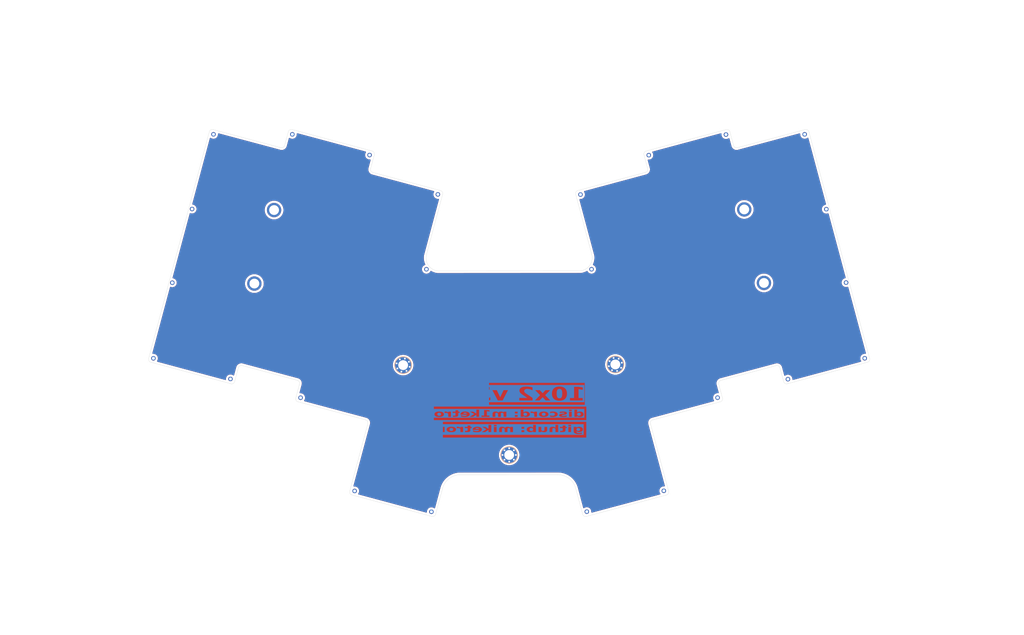
<source format=kicad_pcb>
(kicad_pcb (version 20221018) (generator pcbnew)
  (title_block (title "Capsule") (date "2023-06-15") (rev "1.0"))
  (layers (0 "F.Cu" signal) (31 "B.Cu" signal) (34 "B.Paste" user) (35 "F.Paste" user) (36 "B.SilkS" user "B.Silkscreen") (37 "F.SilkS" user "F.Silkscreen") (38 "B.Mask" user) (39 "F.Mask" user) (44 "Edge.Cuts" user))
  (net 0 "")
  (footprint "miketronic_fplib:MB_VIA-.6mm" (layer "F.Cu") (at 146.462893 139.229397)
    (fp_text reference "REF**" hide)
    (fp_text value "MB_VIA-.6mm" hide)
    (pad "" thru_hole circle (at 0 0) (size 1 1) (drill 0.6) (layers "*.Cu" "*.Mask"))
  )
  (footprint "miketronic_fplib:MB_VIA-.6mm" (layer "F.Cu") (at 191.350971 109.639019)
    (fp_text reference "REF**" hide)
    (fp_text value "MB_VIA-.6mm" hide)
    (pad "" thru_hole circle (at 0 0) (size 1 1) (drill 0.6) (layers "*.Cu" "*.Mask"))
  )
  (footprint "miketronic_fplib:MB_VIA-.6mm" (layer "F.Cu") (at 66.925652 109.583484)
    (fp_text reference "REF**" hide)
    (fp_text value "MB_VIA-.6mm" hide)
    (pad "" thru_hole circle (at 0 0) (size 1 1) (drill 0.6) (layers "*.Cu" "*.Mask"))
  )
  (footprint "miketronic_fplib:MB_MountingHole_M2a" (layer "F.Cu") (at 76.661817 71.859201 -15)
    (fp_text reference "REF**" hide)
    (fp_text value "MB_M2a")
    (pad "" thru_hole circle (at 0 0 345) (size 3.2 3.2) (drill 2.2) (layers "*.Cu" "*.Mask"))
  )
  (footprint "miketronic_fplib:MB_VIA-.6mm" (layer "F.Cu") (at 163.654581 134.570172)
    (fp_text reference "REF**" hide)
    (fp_text value "MB_VIA-.6mm" hide)
    (pad "" thru_hole circle (at 0 0) (size 1 1) (drill 0.6) (layers "*.Cu" "*.Mask"))
  )
  (footprint "miketronic_fplib:MB_VIA-.6mm" (layer "F.Cu") (at 204.327574 88.062406)
    (fp_text reference "REF**" hide)
    (fp_text value "MB_VIA-.6mm" hide)
    (pad "" thru_hole circle (at 0 0) (size 1 1) (drill 0.6) (layers "*.Cu" "*.Mask"))
  )
  (footprint "miketronic_fplib:MB_VIA-.6mm" (layer "F.Cu") (at 195.084919 54.941669)
    (fp_text reference "REF**" hide)
    (fp_text value "MB_VIA-.6mm" hide)
    (pad "" thru_hole circle (at 0 0) (size 1 1) (drill 0.6) (layers "*.Cu" "*.Mask"))
  )
  (footprint "miketronic_fplib:MB_VIA-.6mm" (layer "F.Cu") (at 80.737367 54.946508)
    (fp_text reference "REF**" hide)
    (fp_text value "MB_VIA-.6mm" hide)
    (pad "" thru_hole circle (at 0 0) (size 1 1) (drill 0.6) (layers "*.Cu" "*.Mask"))
  )
  (footprint "miketronic_fplib:MB_VIA-.6mm" (layer "F.Cu") (at 147.515571 85.079379)
    (fp_text reference "REF**" hide)
    (fp_text value "MB_VIA-.6mm" hide)
    (pad "" thru_hole circle (at 0 0) (size 1 1) (drill 0.6) (layers "*.Cu" "*.Mask"))
  )
  (footprint "miketronic_fplib:MB_VIA-.6mm" (layer "F.Cu") (at 94.642763 134.609956)
    (fp_text reference "REF**" hide)
    (fp_text value "MB_VIA-.6mm" hide)
    (pad "" thru_hole circle (at 0 0) (size 1 1) (drill 0.6) (layers "*.Cu" "*.Mask"))
  )
  (footprint "miketronic_fplib:MB_VIA-.6mm" (layer "F.Cu") (at 113.222254 68.361314)
    (fp_text reference "REF**" hide)
    (fp_text value "MB_VIA-.6mm" hide)
    (pad "" thru_hole circle (at 0 0) (size 1 1) (drill 0.6) (layers "*.Cu" "*.Mask"))
  )
  (footprint "miketronic_fplib:MB_VIA-.6mm" (layer "F.Cu") (at 97.979144 59.566429)
    (fp_text reference "REF**" hide)
    (fp_text value "MB_VIA-.6mm" hide)
    (pad "" thru_hole circle (at 0 0) (size 1 1) (drill 0.6) (layers "*.Cu" "*.Mask"))
  )
  (footprint "miketronic_fplib:MB_VIA-.6mm" (layer "F.Cu") (at 111.775007 139.25229)
    (fp_text reference "REF**" hide)
    (fp_text value "MB_VIA-.6mm" hide)
    (pad "" thru_hole circle (at 0 0) (size 1 1) (drill 0.6) (layers "*.Cu" "*.Mask"))
  )
  (footprint "miketronic_fplib:MB_VIA-.6mm" (layer "F.Cu") (at 49.732175 104.976506)
    (fp_text reference "REF**" hide)
    (fp_text value "MB_VIA-.6mm" hide)
    (pad "" thru_hole circle (at 0 0) (size 1 1) (drill 0.6) (layers "*.Cu" "*.Mask"))
  )
  (footprint "miketronic_fplib:MB_VIA-.6mm" (layer "F.Cu") (at 145.046791 68.39941)
    (fp_text reference "REF**" hide)
    (fp_text value "MB_VIA-.6mm" hide)
    (pad "" thru_hole circle (at 0 0) (size 1 1) (drill 0.6) (layers "*.Cu" "*.Mask"))
  )
  (footprint "miketronic_fplib:MB_VIA-.6mm" (layer "F.Cu") (at 177.521908 54.997944)
    (fp_text reference "REF**" hide)
    (fp_text value "MB_VIA-.6mm" hide)
    (pad "" thru_hole circle (at 0 0) (size 1 1) (drill 0.6) (layers "*.Cu" "*.Mask"))
  )
  (footprint "miketronic_fplib:MB_VIA-.6mm" (layer "F.Cu") (at 208.494363 104.966855)
    (fp_text reference "REF**" hide)
    (fp_text value "MB_VIA-.6mm" hide)
    (pad "" thru_hole circle (at 0 0) (size 1 1) (drill 0.6) (layers "*.Cu" "*.Mask"))
  )
  (footprint "miketronic_fplib:MB_VIA-.6mm" (layer "F.Cu") (at 82.573653 113.776352)
    (fp_text reference "REF**" hide)
    (fp_text value "MB_VIA-.6mm" hide)
    (pad "" thru_hole circle (at 0 0) (size 1 1) (drill 0.6) (layers "*.Cu" "*.Mask"))
  )
  (footprint "miketronic_fplib:MB_MountingHole_2.2mm_M2_Pad_Via" (layer "F.Cu") (at 129.135444 126.568264)
    (fp_text reference "REF**" hide)
    (fp_text value "M2_Pad" hide)
    (fp_circle (center 0 0) (end 1.9 0) (stroke (width 0.15)) (fill none) (layer "B.SilkS"))
    (fp_circle (center 0 0) (end 1.9 0) (stroke (width 0.15)) (fill none) (layer "F.SilkS"))
    (pad "" thru_hole circle (at -1.5 0) (size 0.4 0.4) (drill 0.4) (layers "*.Cu" "*.Mask"))
    (pad "" thru_hole circle (at -1.05 -1.05) (size 0.4 0.4) (drill 0.4) (layers "*.Cu" "*.Mask"))
    (pad "" thru_hole circle (at -1.05 1.05) (size 0.4 0.4) (drill 0.4) (layers "*.Cu" "*.Mask"))
    (pad "" thru_hole circle (at 0 -1.5) (size 0.4 0.4) (drill 0.4) (layers "*.Cu" "*.Mask"))
    (pad "" thru_hole circle (at 0 0) (size 3.6 3.6) (drill 2.2) (layers "*.Cu" "*.Mask"))
    (pad "" thru_hole circle (at 0 1.5) (size 0.4 0.4) (drill 0.4) (layers "*.Cu" "*.Mask"))
    (pad "" thru_hole circle (at 1.05 -1.05) (size 0.4 0.4) (drill 0.4) (layers "*.Cu" "*.Mask"))
    (pad "" thru_hole circle (at 1.05 1.05) (size 0.4 0.4) (drill 0.4) (layers "*.Cu" "*.Mask"))
    (pad "" thru_hole circle (at 1.5 0) (size 0.4 0.4) (drill 0.4) (layers "*.Cu" "*.Mask"))
  )
  (footprint "miketronic_fplib:MB_VIA-.6mm" (layer "F.Cu") (at 160.294865 59.595928)
    (fp_text reference "REF**" hide)
    (fp_text value "MB_VIA-.6mm" hide)
    (pad "" thru_hole circle (at 0 0) (size 1 1) (drill 0.6) (layers "*.Cu" "*.Mask"))
  )
  (footprint "miketronic_fplib:MB_MountingHole_2.2mm_M2_Pad_Via" (layer "F.Cu") (at 105.468932 106.495224 -15)
    (fp_text reference "REF**" hide)
    (fp_text value "M2_Pad" hide)
    (fp_circle (center 0 0) (end 1.9 0) (stroke (width 0.15)) (fill none) (layer "B.SilkS"))
    (fp_circle (center 0 0) (end 1.9 0) (stroke (width 0.15)) (fill none) (layer "F.SilkS"))
    (pad "" thru_hole circle (at -1.5 0 345) (size 0.4 0.4) (drill 0.4) (layers "*.Cu" "*.Mask"))
    (pad "" thru_hole circle (at -1.05 -1.05 345) (size 0.4 0.4) (drill 0.4) (layers "*.Cu" "*.Mask"))
    (pad "" thru_hole circle (at -1.05 1.05 345) (size 0.4 0.4) (drill 0.4) (layers "*.Cu" "*.Mask"))
    (pad "" thru_hole circle (at 0 -1.5 345) (size 0.4 0.4) (drill 0.4) (layers "*.Cu" "*.Mask"))
    (pad "" thru_hole circle (at 0 0 345) (size 3.6 3.6) (drill 2.2) (layers "*.Cu" "*.Mask"))
    (pad "" thru_hole circle (at 0 1.5 345) (size 0.4 0.4) (drill 0.4) (layers "*.Cu" "*.Mask"))
    (pad "" thru_hole circle (at 1.05 -1.05 345) (size 0.4 0.4) (drill 0.4) (layers "*.Cu" "*.Mask"))
    (pad "" thru_hole circle (at 1.05 1.05 345) (size 0.4 0.4) (drill 0.4) (layers "*.Cu" "*.Mask"))
    (pad "" thru_hole circle (at 1.5 0 345) (size 0.4 0.4) (drill 0.4) (layers "*.Cu" "*.Mask"))
  )
  (footprint "miketronic_fplib:MB_VIA-.6mm" (layer "F.Cu") (at 199.921847 71.663334)
    (fp_text reference "REF**" hide)
    (fp_text value "MB_VIA-.6mm" hide)
    (pad "" thru_hole circle (at 0 0) (size 1 1) (drill 0.6) (layers "*.Cu" "*.Mask"))
  )
  (footprint "miketronic_fplib:MB_VIA-.6mm" (layer "F.Cu") (at 63.138999 54.941548)
    (fp_text reference "REF**" hide)
    (fp_text value "MB_VIA-.6mm" hide)
    (pad "" thru_hole circle (at 0 0) (size 1 1) (drill 0.6) (layers "*.Cu" "*.Mask"))
  )
  (footprint "miketronic_fplib:MB_MountingHole_M2a" (layer "F.Cu") (at 185.998101 88.142216 15)
    (fp_text reference "REF**" hide)
    (fp_text value "MB_M2a")
    (pad "" thru_hole circle (at 0 0 15) (size 3.2 3.2) (drill 2.2) (layers "*.Cu" "*.Mask"))
  )
  (footprint "miketronic_fplib:MB_MountingHole_M2a" (layer "F.Cu") (at 181.598176 71.721476 15)
    (fp_text reference "REF**" hide)
    (fp_text value "MB_M2a")
    (pad "" thru_hole circle (at 0 0 15) (size 3.2 3.2) (drill 2.2) (layers "*.Cu" "*.Mask"))
  )
  (footprint "miketronic_fplib:MB_VIA-.6mm" (layer "F.Cu") (at 175.647924 113.765371)
    (fp_text reference "REF**" hide)
    (fp_text value "MB_VIA-.6mm" hide)
    (pad "" thru_hole circle (at 0 0) (size 1 1) (drill 0.6) (layers "*.Cu" "*.Mask"))
  )
  (footprint "miketronic_fplib:MB_VIA-.6mm" (layer "F.Cu") (at 58.358713 71.622715)
    (fp_text reference "REF**" hide)
    (fp_text value "MB_VIA-.6mm" hide)
    (pad "" thru_hole circle (at 0 0) (size 1 1) (drill 0.6) (layers "*.Cu" "*.Mask"))
  )
  (footprint "miketronic_fplib:MB_MountingHole_M2a" (layer "F.Cu") (at 72.261894 88.279941 -15)
    (fp_text reference "REF**" hide)
    (fp_text value "MB_M2a")
    (pad "" thru_hole circle (at 0 0 345) (size 3.2 3.2) (drill 2.2) (layers "*.Cu" "*.Mask"))
  )
  (footprint "miketronic_fplib:MB_VIA-.6mm" (layer "F.Cu") (at 110.665572 85.07938)
    (fp_text reference "REF**" hide)
    (fp_text value "MB_VIA-.6mm" hide)
    (pad "" thru_hole circle (at 0 0) (size 1 1) (drill 0.6) (layers "*.Cu" "*.Mask"))
  )
  (footprint "miketronic_fplib:MB_VIA-.6mm" (layer "F.Cu") (at 53.945848 88.091751)
    (fp_text reference "REF**" hide)
    (fp_text value "MB_VIA-.6mm" hide)
    (pad "" thru_hole circle (at 0 0) (size 1 1) (drill 0.6) (layers "*.Cu" "*.Mask"))
  )
  (footprint "miketronic_fplib:MB_MountingHole_2.2mm_M2_Pad_Via" (layer "F.Cu") (at 152.8297 106.347146 15)
    (fp_text reference "REF**" hide)
    (fp_text value "M2_Pad" hide)
    (fp_circle (center 0 0) (end 1.9 0) (stroke (width 0.15)) (fill none) (layer "B.SilkS"))
    (fp_circle (center 0 0) (end 1.9 0) (stroke (width 0.15)) (fill none) (layer "F.SilkS"))
    (pad "" thru_hole circle (at -1.5 0 15) (size 0.4 0.4) (drill 0.4) (layers "*.Cu" "*.Mask"))
    (pad "" thru_hole circle (at -1.05 -1.05 15) (size 0.4 0.4) (drill 0.4) (layers "*.Cu" "*.Mask"))
    (pad "" thru_hole circle (at -1.05 1.05 15) (size 0.4 0.4) (drill 0.4) (layers "*.Cu" "*.Mask"))
    (pad "" thru_hole circle (at 0 -1.5 15) (size 0.4 0.4) (drill 0.4) (layers "*.Cu" "*.Mask"))
    (pad "" thru_hole circle (at 0 0 15) (size 3.6 3.6) (drill 2.2) (layers "*.Cu" "*.Mask"))
    (pad "" thru_hole circle (at 0 1.5 15) (size 0.4 0.4) (drill 0.4) (layers "*.Cu" "*.Mask"))
    (pad "" thru_hole circle (at 1.05 -1.05 15) (size 0.4 0.4) (drill 0.4) (layers "*.Cu" "*.Mask"))
    (pad "" thru_hole circle (at 1.05 1.05 15) (size 0.4 0.4) (drill 0.4) (layers "*.Cu" "*.Mask"))
    (pad "" thru_hole circle (at 1.5 0 15) (size 0.4 0.4) (drill 0.4) (layers "*.Cu" "*.Mask"))
  )
  (gr_line (start 146.404375 140.281334) (end 164.234025 135.510235) (stroke (width 0.05)) (layer "Edge.Cuts"))
  (gr_arc (start 177.523672 53.889141) (mid 178.066705 53.941484) (end 178.404022 54.370237) (stroke (width 0.05)) (layer "Edge.Cuts"))
  (gr_line (start 179.224026 57.430235) (end 178.404022 54.370237) (stroke (width 0.05)) (layer "Edge.Cuts"))
  (gr_line (start 68.69367 107.091335) (end 67.864374 110.169138) (stroke (width 0.05)) (layer "Edge.Cuts"))
  (gr_line (start 81.99512 114.690587) (end 97.092924 118.729885) (stroke (width 0.05)) (layer "Edge.Cuts"))
  (gr_arc (start 81.842926 109.899885) (mid 82.271725 110.237202) (end 82.324024 110.780235) (stroke (width 0.05)) (layer "Edge.Cuts"))
  (gr_arc (start 209.57512 104.979884) (mid 209.522824 105.522936) (end 209.094025 105.860232) (stroke (width 0.05)) (layer "Edge.Cuts"))
  (gr_line (start 164.715118 134.629883) (end 160.682928 119.610589) (stroke (width 0.05)) (layer "Edge.Cuts"))
  (gr_arc (start 143.982928 68.370589) (mid 144.035261 67.827559) (end 144.464024 67.490239) (stroke (width 0.05)) (layer "Edge.Cuts"))
  (gr_arc (start 159.222926 59.550591) (mid 159.275259 59.007544) (end 159.704021 58.670239) (stroke (width 0.05)) (layer "Edge.Cuts"))
  (gr_line (start 97.574025 119.610236) (end 93.552926 134.619882) (stroke (width 0.05)) (layer "Edge.Cuts"))
  (gr_line (start 143.982928 68.370589) (end 147.628138 82.014794) (stroke (width 0.05)) (layer "Edge.Cuts"))
  (gr_arc (start 160.035118 62.559885) (mid 159.982822 63.102919) (end 159.554023 63.440235) (stroke (width 0.05)) (layer "Edge.Cuts"))
  (gr_arc (start 176.735121 113.809883) (mid 176.682825 114.352937) (end 176.254024 114.690234) (stroke (width 0.05)) (layer "Edge.Cuts"))
  (gr_arc (start 98.552927 58.669886) (mid 98.981725 59.007204) (end 99.034023 59.550236) (stroke (width 0.05)) (layer "Edge.Cuts"))
  (gr_line (start 144.464024 67.490239) (end 159.554023 63.440235) (stroke (width 0.05)) (layer "Edge.Cuts"))
  (gr_arc (start 62.203671 54.371331) (mid 62.540988 53.942569) (end 63.084024 53.890238) (stroke (width 0.05)) (layer "Edge.Cuts"))
  (gr_arc (start 188.68367 106.619141) (mid 189.226704 106.671483) (end 189.56402 107.100236) (stroke (width 0.05)) (layer "Edge.Cuts"))
  (gr_arc (start 79.843672 54.361333) (mid 80.180987 53.932571) (end 80.724022 53.880236) (stroke (width 0.05)) (layer "Edge.Cuts"))
  (gr_line (start 145.524025 139.800237) (end 144.031069 134.188615) (stroke (width 0.05)) (layer "Edge.Cuts"))
  (gr_arc (start 191.264377 110.651334) (mid 190.721327 110.599047) (end 190.384023 110.170238) (stroke (width 0.05)) (layer "Edge.Cuts"))
  (gr_arc (start 147.628138 82.014794) (mid 147.073572 84.27485) (end 145.051355 85.426392) (stroke (width 0.05)) (layer "Edge.Cuts"))
  (gr_arc (start 112.724023 139.800237) (mid 112.386719 140.229011) (end 111.843671 140.281333) (stroke (width 0.05)) (layer "Edge.Cuts"))
  (gr_arc (start 67.864374 110.169138) (mid 67.527052 110.597935) (end 66.98402 110.650238) (stroke (width 0.05)) (layer "Edge.Cuts"))
  (gr_line (start 113.18577 85.445149) (end 145.051355 85.426392) (stroke (width 0.05)) (layer "Edge.Cuts"))
  (gr_arc (start 146.404375 140.281334) (mid 145.861338 140.228989) (end 145.524025 139.800237) (stroke (width 0.05)) (layer "Edge.Cuts"))
  (gr_arc (start 79.021331 57.431454) (mid 78.684024 57.860278) (end 78.140979 57.912553) (stroke (width 0.05)) (layer "Edge.Cuts"))
  (gr_arc (start 98.705117 63.450589) (mid 98.276358 63.113269) (end 98.224025 62.570237) (stroke (width 0.05)) (layer "Edge.Cuts"))
  (gr_line (start 180.104373 57.911335) (end 195.163671 53.889139) (stroke (width 0.05)) (layer "Edge.Cuts"))
  (gr_line (start 114.226975 134.198615) (end 112.724023 139.800237) (stroke (width 0.05)) (layer "Edge.Cuts"))
  (gr_line (start 94.034023 135.500234) (end 111.843671 140.281333) (stroke (width 0.05)) (layer "Edge.Cuts"))
  (gr_line (start 82.324024 110.780235) (end 81.514021 113.810237) (stroke (width 0.05)) (layer "Edge.Cuts"))
  (gr_line (start 159.222926 59.550591) (end 160.035118 62.559885) (stroke (width 0.05)) (layer "Edge.Cuts"))
  (gr_arc (start 81.99512 114.690587) (mid 81.566361 114.35327) (end 81.514021 113.810237) (stroke (width 0.05)) (layer "Edge.Cuts"))
  (gr_line (start 62.203671 54.371331) (end 48.674024 104.980235) (stroke (width 0.05)) (layer "Edge.Cuts"))
  (gr_arc (start 175.922925 110.78059) (mid 175.975259 110.237542) (end 176.404023 109.900239) (stroke (width 0.05)) (layer "Edge.Cuts"))
  (gr_line (start 49.155119 105.860586) (end 66.98402 110.650238) (stroke (width 0.05)) (layer "Edge.Cuts"))
  (gr_line (start 161.164019 118.73024) (end 176.254024 114.690234) (stroke (width 0.05)) (layer "Edge.Cuts"))
  (gr_line (start 159.704021 58.670239) (end 177.523672 53.889141) (stroke (width 0.05)) (layer "Edge.Cuts"))
  (gr_arc (start 114.226975 134.198615) (mid 115.687756 131.88097) (end 118.274022 130.977347) (stroke (width 0.05)) (layer "Edge.Cuts"))
  (gr_line (start 176.404023 109.900239) (end 188.68367 106.619141) (stroke (width 0.05)) (layer "Edge.Cuts"))
  (gr_arc (start 195.163671 53.889139) (mid 195.706717 53.941425) (end 196.044019 54.370237) (stroke (width 0.05)) (layer "Edge.Cuts"))
  (gr_arc (start 94.034023 135.500234) (mid 93.605231 135.162933) (end 93.552926 134.619882) (stroke (width 0.05)) (layer "Edge.Cuts"))
  (gr_line (start 190.384023 110.170238) (end 189.56402 107.100236) (stroke (width 0.05)) (layer "Edge.Cuts"))
  (gr_arc (start 68.69367 107.091335) (mid 69.030986 106.66257) (end 69.574025 106.610237) (stroke (width 0.05)) (layer "Edge.Cuts"))
  (gr_line (start 63.084024 53.890238) (end 78.140979 57.912553) (stroke (width 0.05)) (layer "Edge.Cuts"))
  (gr_line (start 98.224025 62.570237) (end 99.034023 59.550236) (stroke (width 0.05)) (layer "Edge.Cuts"))
  (gr_line (start 191.264377 110.651334) (end 209.094025 105.860232) (stroke (width 0.05)) (layer "Edge.Cuts"))
  (gr_line (start 110.61991 82.034793) (end 114.274025 68.380238) (stroke (width 0.05)) (layer "Edge.Cuts"))
  (gr_line (start 118.274022 130.977347) (end 139.984022 130.967347) (stroke (width 0.05)) (layer "Edge.Cuts"))
  (gr_arc (start 139.984022 130.967347) (mid 142.570298 131.870981) (end 144.031069 134.188615) (stroke (width 0.05)) (layer "Edge.Cuts"))
  (gr_line (start 209.57512 104.979884) (end 196.044019 54.370237) (stroke (width 0.05)) (layer "Edge.Cuts"))
  (gr_arc (start 113.792923 67.499887) (mid 114.221661 67.83722) (end 114.274025 68.380238) (stroke (width 0.05)) (layer "Edge.Cuts"))
  (gr_line (start 176.735121 113.809883) (end 175.922925 110.78059) (stroke (width 0.05)) (layer "Edge.Cuts"))
  (gr_line (start 80.724022 53.880236) (end 98.552927 58.669886) (stroke (width 0.05)) (layer "Edge.Cuts"))
  (gr_line (start 79.843672 54.361333) (end 79.021331 57.431454) (stroke (width 0.05)) (layer "Edge.Cuts"))
  (gr_arc (start 160.682928 119.610589) (mid 160.73526 119.067562) (end 161.164019 118.73024) (stroke (width 0.05)) (layer "Edge.Cuts"))
  (gr_arc (start 180.104373 57.911335) (mid 179.561324 57.859046) (end 179.224026 57.430235) (stroke (width 0.05)) (layer "Edge.Cuts"))
  (gr_line (start 69.574025 106.610237) (end 81.842926 109.899885) (stroke (width 0.05)) (layer "Edge.Cuts"))
  (gr_line (start 98.705117 63.450589) (end 113.792923 67.499887) (stroke (width 0.05)) (layer "Edge.Cuts"))
  (gr_arc (start 97.092924 118.729885) (mid 97.521724 119.067202) (end 97.574025 119.610236) (stroke (width 0.05)) (layer "Edge.Cuts"))
  (gr_arc (start 49.155119 105.860586) (mid 48.726361 105.523267) (end 48.674024 104.980235) (stroke (width 0.05)) (layer "Edge.Cuts"))
  (gr_arc (start 164.715118 134.629883) (mid 164.662823 135.172935) (end 164.234025 135.510235) (stroke (width 0.05)) (layer "Edge.Cuts"))
  (gr_arc (start 113.18577 85.445149) (mid 111.171164 84.290463) (end 110.61991 82.034793) (stroke (width 0.05)) (layer "Edge.Cuts"))
  (gr_text "github: miketronic" (at 145.75 121.7) (layer "B.Cu" knockout) (effects (font (size 1.5 2.5) (thickness 0.2) bold italic) (justify left bottom mirror)))
  (gr_text "discord: m1ketronic" (at 145.9 118.3) (layer "B.Cu" knockout) (effects (font (size 1.5 2.5) (thickness 0.2) bold italic) (justify left bottom mirror)))
  (gr_text "10x2 v3" (at 146.2 114.9) (layer "B.Cu" knockout) (effects (font (size 3 4) (thickness 0.4) bold italic) (justify left bottom mirror)))
  (zone (net 0) (net_name "") (layer "F.Cu") (connect_pads (clearance 0.5)) (min_thickness 0.25) (fill yes (thermal_gap 0.5) (thermal_bridge_width 0.5) (island_removal_mode 1) (island_area_min 10))
    (polygon (pts (xy 35 42.5) (xy 217.5 42.5) (xy 217.5 147.5) (xy 40 150)))
  )
  (zone (net 0) (net_name "") (layer "B.Cu") (priority 1) (connect_pads (clearance 0.5)) (min_thickness 0.25) (fill yes (thermal_gap 0.5) (thermal_bridge_width 0.5) (island_removal_mode 1) (island_area_min 10))
    (polygon (pts (xy 229.58 35.29) (xy 26.05 32.33) (xy 31.03 157.92) (xy 234.01 152.57)))
  )
)
</source>
